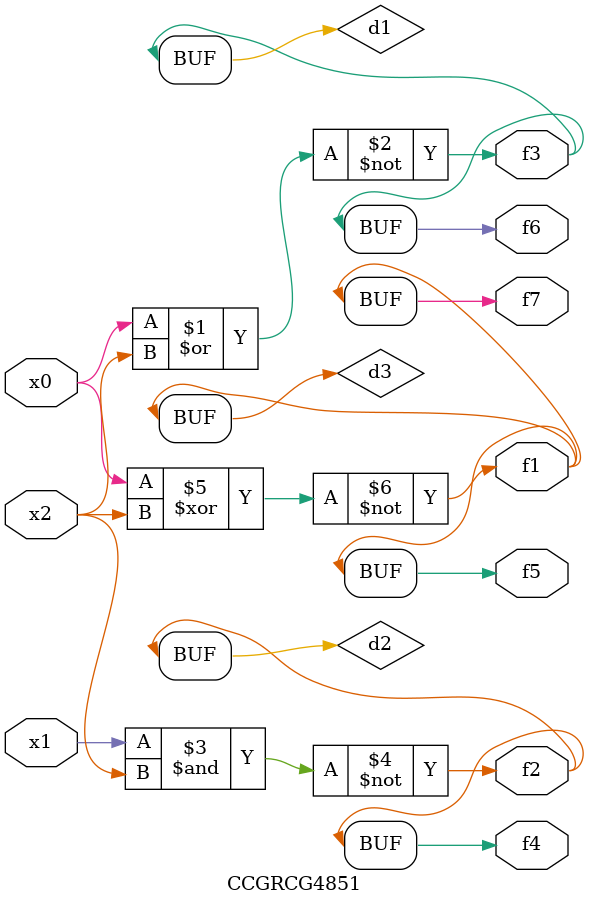
<source format=v>
module CCGRCG4851(
	input x0, x1, x2,
	output f1, f2, f3, f4, f5, f6, f7
);

	wire d1, d2, d3;

	nor (d1, x0, x2);
	nand (d2, x1, x2);
	xnor (d3, x0, x2);
	assign f1 = d3;
	assign f2 = d2;
	assign f3 = d1;
	assign f4 = d2;
	assign f5 = d3;
	assign f6 = d1;
	assign f7 = d3;
endmodule

</source>
